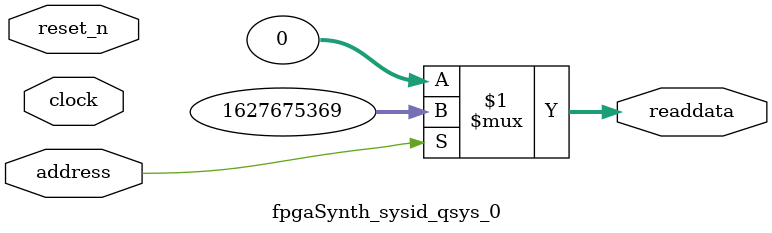
<source format=v>



// synthesis translate_off
`timescale 1ns / 1ps
// synthesis translate_on

// turn off superfluous verilog processor warnings 
// altera message_level Level1 
// altera message_off 10034 10035 10036 10037 10230 10240 10030 

module fpgaSynth_sysid_qsys_0 (
               // inputs:
                address,
                clock,
                reset_n,

               // outputs:
                readdata
             )
;

  output  [ 31: 0] readdata;
  input            address;
  input            clock;
  input            reset_n;

  wire    [ 31: 0] readdata;
  //control_slave, which is an e_avalon_slave
  assign readdata = address ? 1627675369 : 0;

endmodule



</source>
